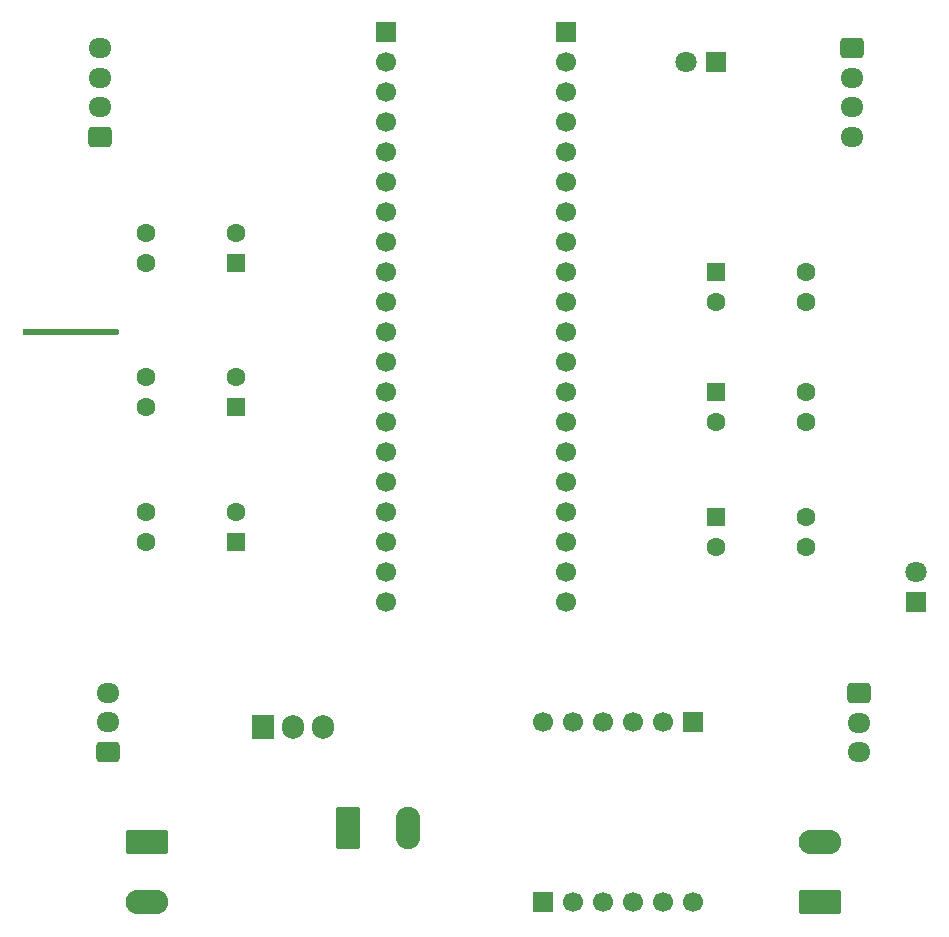
<source format=gbr>
%TF.GenerationSoftware,KiCad,Pcbnew,9.0.6-9.0.6~ubuntu24.04.1*%
%TF.CreationDate,2025-12-18T19:32:48+03:00*%
%TF.ProjectId,BoardRover2,426f6172-6452-46f7-9665-72322e6b6963,rev?*%
%TF.SameCoordinates,Original*%
%TF.FileFunction,Copper,L1,Top*%
%TF.FilePolarity,Positive*%
%FSLAX46Y46*%
G04 Gerber Fmt 4.6, Leading zero omitted, Abs format (unit mm)*
G04 Created by KiCad (PCBNEW 9.0.6-9.0.6~ubuntu24.04.1) date 2025-12-18 19:32:48*
%MOMM*%
%LPD*%
G01*
G04 APERTURE LIST*
G04 Aperture macros list*
%AMRoundRect*
0 Rectangle with rounded corners*
0 $1 Rounding radius*
0 $2 $3 $4 $5 $6 $7 $8 $9 X,Y pos of 4 corners*
0 Add a 4 corners polygon primitive as box body*
4,1,4,$2,$3,$4,$5,$6,$7,$8,$9,$2,$3,0*
0 Add four circle primitives for the rounded corners*
1,1,$1+$1,$2,$3*
1,1,$1+$1,$4,$5*
1,1,$1+$1,$6,$7*
1,1,$1+$1,$8,$9*
0 Add four rect primitives between the rounded corners*
20,1,$1+$1,$2,$3,$4,$5,0*
20,1,$1+$1,$4,$5,$6,$7,0*
20,1,$1+$1,$6,$7,$8,$9,0*
20,1,$1+$1,$8,$9,$2,$3,0*%
G04 Aperture macros list end*
%TA.AperFunction,ComponentPad*%
%ADD10R,1.800000X1.800000*%
%TD*%
%TA.AperFunction,ComponentPad*%
%ADD11C,1.800000*%
%TD*%
%TA.AperFunction,ComponentPad*%
%ADD12RoundRect,0.249999X-0.790001X-1.550001X0.790001X-1.550001X0.790001X1.550001X-0.790001X1.550001X0*%
%TD*%
%TA.AperFunction,ComponentPad*%
%ADD13O,2.080000X3.600000*%
%TD*%
%TA.AperFunction,ComponentPad*%
%ADD14RoundRect,0.250000X0.550000X0.550000X-0.550000X0.550000X-0.550000X-0.550000X0.550000X-0.550000X0*%
%TD*%
%TA.AperFunction,ComponentPad*%
%ADD15C,1.600000*%
%TD*%
%TA.AperFunction,ComponentPad*%
%ADD16RoundRect,0.250000X-0.725000X0.600000X-0.725000X-0.600000X0.725000X-0.600000X0.725000X0.600000X0*%
%TD*%
%TA.AperFunction,ComponentPad*%
%ADD17O,1.950000X1.700000*%
%TD*%
%TA.AperFunction,ComponentPad*%
%ADD18RoundRect,0.250000X-0.550000X-0.550000X0.550000X-0.550000X0.550000X0.550000X-0.550000X0.550000X0*%
%TD*%
%TA.AperFunction,ComponentPad*%
%ADD19RoundRect,0.249999X-1.550001X0.790001X-1.550001X-0.790001X1.550001X-0.790001X1.550001X0.790001X0*%
%TD*%
%TA.AperFunction,ComponentPad*%
%ADD20O,3.600000X2.080000*%
%TD*%
%TA.AperFunction,ComponentPad*%
%ADD21RoundRect,0.249999X1.550001X-0.790001X1.550001X0.790001X-1.550001X0.790001X-1.550001X-0.790001X0*%
%TD*%
%TA.AperFunction,ComponentPad*%
%ADD22RoundRect,0.250000X0.725000X-0.600000X0.725000X0.600000X-0.725000X0.600000X-0.725000X-0.600000X0*%
%TD*%
%TA.AperFunction,ComponentPad*%
%ADD23R,1.700000X1.700000*%
%TD*%
%TA.AperFunction,ComponentPad*%
%ADD24C,1.700000*%
%TD*%
%TA.AperFunction,ComponentPad*%
%ADD25R,1.905000X2.000000*%
%TD*%
%TA.AperFunction,ComponentPad*%
%ADD26O,1.905000X2.000000*%
%TD*%
%TA.AperFunction,ViaPad*%
%ADD27C,0.600000*%
%TD*%
%TA.AperFunction,Conductor*%
%ADD28C,0.500000*%
%TD*%
G04 APERTURE END LIST*
D10*
%TO.P,D2,1,K*%
%TO.N,DGND*%
X195580000Y-60960000D03*
D11*
%TO.P,D2,2,A*%
%TO.N,Net-(D2-A)*%
X193040000Y-60960000D03*
%TD*%
%TO.P,D1,2,A*%
%TO.N,Net-(D1-A)*%
X212461990Y-104140000D03*
D10*
%TO.P,D1,1,K*%
%TO.N,PowerGND*%
X212461990Y-106680000D03*
%TD*%
D12*
%TO.P,J5,1,Pin_1*%
%TO.N,10V*%
X164382500Y-125762500D03*
D13*
%TO.P,J5,2,Pin_2*%
%TO.N,PowerGND*%
X169462500Y-125762500D03*
%TD*%
D14*
%TO.P,U6,1*%
%TO.N,Net-(R1-Pad1)*%
X154940000Y-90175000D03*
D15*
%TO.P,U6,2*%
%TO.N,DGnd*%
X154940000Y-87635000D03*
%TO.P,U6,3*%
%TO.N,PowerGND*%
X147320000Y-87635000D03*
%TO.P,U6,4*%
%TO.N,In1*%
X147320000Y-90175000D03*
%TD*%
D16*
%TO.P,J9,1,Pin_1*%
%TO.N,Servo2PWM*%
X207679700Y-114380000D03*
D17*
%TO.P,J9,2,Pin_2*%
%TO.N,PowerGND*%
X207679700Y-116880000D03*
%TO.P,J9,3,Pin_3*%
%TO.N,7V*%
X207679700Y-119380000D03*
%TD*%
D18*
%TO.P,U3,1*%
%TO.N,Net-(R7-Pad2)*%
X195580000Y-99450000D03*
D15*
%TO.P,U3,2*%
%TO.N,DGnd*%
X195580000Y-101990000D03*
%TO.P,U3,3*%
%TO.N,PowerGND*%
X203200000Y-101990000D03*
%TO.P,U3,4*%
%TO.N,Servo2PWM*%
X203200000Y-99450000D03*
%TD*%
D19*
%TO.P,J4,1,Pin_1*%
%TO.N,Out1*%
X147360000Y-127000000D03*
D20*
%TO.P,J4,2,Pin_2*%
%TO.N,Out2*%
X147360000Y-132080000D03*
%TD*%
D21*
%TO.P,J3,1,Pin_1*%
%TO.N,Out4*%
X204379700Y-132090000D03*
D20*
%TO.P,J3,2,Pin_2*%
%TO.N,Out3*%
X204379700Y-127010000D03*
%TD*%
D22*
%TO.P,J6,1,Pin_1*%
%TO.N,Enc1_EXTI*%
X143450000Y-67250000D03*
D17*
%TO.P,J6,2,Pin_2*%
%TO.N,Enc1_IN*%
X143450000Y-64750000D03*
%TO.P,J6,3,Pin_3*%
%TO.N,DGnd*%
X143450000Y-62250000D03*
%TO.P,J6,4,Pin_4*%
%TO.N,3.3V*%
X143450000Y-59750000D03*
%TD*%
D23*
%TO.P,U9,1,PB12*%
%TO.N,unconnected-(U9-PB12-Pad1)*%
X167640000Y-58420000D03*
D24*
%TO.P,U9,2,PB13*%
%TO.N,unconnected-(U9-PB13-Pad2)*%
X167640000Y-60960000D03*
%TO.P,U9,3,PB14*%
%TO.N,unconnected-(U9-PB14-Pad3)*%
X167640000Y-63500000D03*
%TO.P,U9,4,PB15*%
%TO.N,unconnected-(U9-PB15-Pad4)*%
X167640000Y-66040000D03*
%TO.P,U9,5,PA8*%
%TO.N,Enc1_IN*%
X167640000Y-68580000D03*
%TO.P,U9,6,PA9*%
%TO.N,Enc1_EXTI*%
X167640000Y-71120000D03*
%TO.P,U9,7,PA10*%
%TO.N,unconnected-(U9-PA10-Pad7)*%
X167640000Y-73660000D03*
%TO.P,U9,8,PA11*%
%TO.N,unconnected-(U9-PA11-Pad8)*%
X167640000Y-76200000D03*
%TO.P,U9,9,PA12*%
%TO.N,unconnected-(U9-PA12-Pad9)*%
X167640000Y-78740000D03*
%TO.P,U9,10,PA15*%
%TO.N,unconnected-(U9-PA15-Pad10)*%
X167640000Y-81280000D03*
%TO.P,U9,11,PB3*%
%TO.N,Net-(U9-PB3)*%
X167640000Y-83820000D03*
%TO.P,U9,12,PB4*%
%TO.N,PB4*%
X167640000Y-86360000D03*
%TO.P,U9,13,PB5*%
%TO.N,unconnected-(U9-PB5-Pad13)*%
X167640000Y-88900000D03*
%TO.P,U9,14,PB6*%
%TO.N,unconnected-(U9-PB6-Pad14)*%
X167640000Y-91440000D03*
%TO.P,U9,15,PB7*%
%TO.N,unconnected-(U9-PB7-Pad15)*%
X167640000Y-93980000D03*
%TO.P,U9,16,PB8*%
%TO.N,Net-(U9-PB8)*%
X167640000Y-96520000D03*
%TO.P,U9,17,PB9*%
%TO.N,PB9*%
X167640000Y-99060000D03*
%TO.P,U9,18,5V*%
%TO.N,unconnected-(U9-5V-Pad18)*%
X167640000Y-101600000D03*
%TO.P,U9,19,GND*%
%TO.N,DGnd*%
X167640000Y-104140000D03*
%TO.P,U9,20,3V3*%
%TO.N,unconnected-(U9-3V3-Pad20)*%
X167640000Y-106680000D03*
%TD*%
D22*
%TO.P,J8,1,Pin_1*%
%TO.N,Servo1PWM*%
X144060000Y-119336900D03*
D17*
%TO.P,J8,2,Pin_2*%
%TO.N,PowerGND*%
X144060000Y-116836900D03*
%TO.P,J8,3,Pin_3*%
%TO.N,7V*%
X144060000Y-114336900D03*
%TD*%
D14*
%TO.P,U8,1*%
%TO.N,Net-(R2-Pad1)*%
X154940000Y-101600000D03*
D15*
%TO.P,U8,2*%
%TO.N,DGnd*%
X154940000Y-99060000D03*
%TO.P,U8,3*%
%TO.N,PowerGND*%
X147320000Y-99060000D03*
%TO.P,U8,4*%
%TO.N,Servo1PWM*%
X147320000Y-101600000D03*
%TD*%
D16*
%TO.P,J7,1,Pin_1*%
%TO.N,Enc2_EXTI*%
X207069700Y-59750000D03*
D17*
%TO.P,J7,2,Pin_2*%
%TO.N,Enc2_IN*%
X207069700Y-62250000D03*
%TO.P,J7,3,Pin_3*%
%TO.N,DGnd*%
X207069700Y-64750000D03*
%TO.P,J7,4,Pin_4*%
%TO.N,3.3V*%
X207069700Y-67250000D03*
%TD*%
D23*
%TO.P,J2,1,Sleep*%
%TO.N,Sleep*%
X180922500Y-132055000D03*
D24*
%TO.P,J2,2,Out1*%
%TO.N,Out1*%
X183462500Y-132055000D03*
%TO.P,J2,3,Out2*%
%TO.N,Out2*%
X186002500Y-132055000D03*
%TO.P,J2,4,Out3*%
%TO.N,Out3*%
X188542500Y-132055000D03*
%TO.P,J2,5,Out4*%
%TO.N,Out4*%
X191082500Y-132055000D03*
%TO.P,J2,6,Fault*%
%TO.N,Fault*%
X193622500Y-132055000D03*
%TD*%
D23*
%TO.P,J1,1,In4*%
%TO.N,In4*%
X193650000Y-116840000D03*
D24*
%TO.P,J1,2,In3*%
%TO.N,In3*%
X191110000Y-116840000D03*
%TO.P,J1,3,MotorGND*%
%TO.N,PowerGND*%
X188570000Y-116840000D03*
%TO.P,J1,4,MotorVCC*%
%TO.N,Net-(J1-MotorVCC)*%
X186030000Y-116840000D03*
%TO.P,J1,5,In2*%
%TO.N,In2*%
X183490000Y-116840000D03*
%TO.P,J1,6,In1*%
%TO.N,In1*%
X180950000Y-116840000D03*
%TD*%
D14*
%TO.P,U7,1*%
%TO.N,Net-(R3-Pad1)*%
X154940000Y-77950000D03*
D15*
%TO.P,U7,2*%
%TO.N,DGnd*%
X154940000Y-75410000D03*
%TO.P,U7,3*%
%TO.N,PowerGND*%
X147320000Y-75410000D03*
%TO.P,U7,4*%
%TO.N,In2*%
X147320000Y-77950000D03*
%TD*%
D18*
%TO.P,U1,1*%
%TO.N,Net-(R6-Pad2)*%
X195580000Y-78730000D03*
D15*
%TO.P,U1,2*%
%TO.N,DGnd*%
X195580000Y-81270000D03*
%TO.P,U1,3*%
%TO.N,PowerGND*%
X203200000Y-81270000D03*
%TO.P,U1,4*%
%TO.N,In3*%
X203200000Y-78730000D03*
%TD*%
D18*
%TO.P,U2,1*%
%TO.N,Net-(R5-Pad2)*%
X195580000Y-88900000D03*
D15*
%TO.P,U2,2*%
%TO.N,DGnd*%
X195580000Y-91440000D03*
%TO.P,U2,3*%
%TO.N,PowerGND*%
X203200000Y-91440000D03*
%TO.P,U2,4*%
%TO.N,In4*%
X203200000Y-88900000D03*
%TD*%
D25*
%TO.P,U10,1,ADJ*%
%TO.N,Net-(U10-ADJ)*%
X157205554Y-117223296D03*
D26*
%TO.P,U10,2,VO*%
%TO.N,7V*%
X159745554Y-117223296D03*
%TO.P,U10,3,VI*%
%TO.N,10V*%
X162285554Y-117223296D03*
%TD*%
D24*
%TO.P,U11,21,VBat*%
%TO.N,unconnected-(U11-VBat-Pad21)*%
X182880000Y-106680000D03*
%TO.P,U11,22,PC13*%
%TO.N,unconnected-(U11-PC13-Pad22)*%
X182880000Y-104140000D03*
%TO.P,U11,23,PC14*%
%TO.N,unconnected-(U11-PC14-Pad23)*%
X182880000Y-101600000D03*
%TO.P,U11,24,PC15*%
%TO.N,unconnected-(U11-PC15-Pad24)*%
X182880000Y-99060000D03*
%TO.P,U11,25,PA0*%
%TO.N,unconnected-(U11-PA0-Pad25)*%
X182880000Y-96520000D03*
%TO.P,U11,26,PA1*%
%TO.N,unconnected-(U11-PA1-Pad26)*%
X182880000Y-93980000D03*
%TO.P,U11,27,PA2*%
%TO.N,unconnected-(U11-PA2-Pad27)*%
X182880000Y-91440000D03*
%TO.P,U11,28,PA3*%
%TO.N,Net-(U11-PA3)*%
X182880000Y-88900000D03*
%TO.P,U11,29,PA4*%
%TO.N,unconnected-(U11-PA4-Pad29)*%
X182880000Y-86360000D03*
%TO.P,U11,30,PA5*%
%TO.N,unconnected-(U11-PA5-Pad30)*%
X182880000Y-83820000D03*
%TO.P,U11,31,PA6*%
%TO.N,unconnected-(U11-PA6-Pad31)*%
X182880000Y-81280000D03*
%TO.P,U11,32,PA7*%
%TO.N,PA7*%
X182880000Y-78740000D03*
%TO.P,U11,33,PB0*%
%TO.N,Enc2_IN*%
X182880000Y-76200000D03*
%TO.P,U11,34,PB1*%
%TO.N,unconnected-(U11-PB1-Pad34)*%
X182880000Y-73660000D03*
%TO.P,U11,35,PB10*%
%TO.N,Enc2_EXTI*%
X182880000Y-71120000D03*
%TO.P,U11,36,PB11*%
%TO.N,unconnected-(U11-PB11-Pad36)*%
X182880000Y-68580000D03*
%TO.P,U11,37,RST*%
%TO.N,unconnected-(U11-RST-Pad37)*%
X182880000Y-66040000D03*
%TO.P,U11,38,3V3*%
%TO.N,3.3V*%
X182880000Y-63500000D03*
D23*
%TO.P,U11,39,GND*%
%TO.N,Net-(R12-Pad1)*%
X182880000Y-58420000D03*
D24*
%TO.P,U11,40,GND*%
%TO.N,DGnd*%
X182880000Y-60960000D03*
%TD*%
D27*
%TO.N,PowerGND*%
X144780000Y-83820000D03*
X137160000Y-83820000D03*
%TD*%
D28*
%TO.N,PowerGND*%
X137160000Y-83820000D02*
X144780000Y-83820000D01*
%TD*%
M02*

</source>
